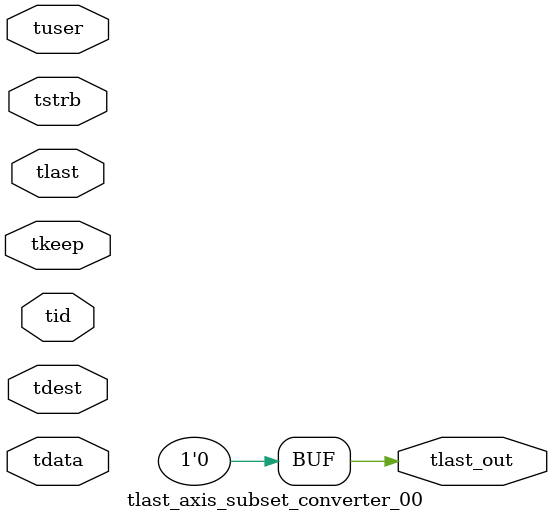
<source format=v>


`timescale 1ps/1ps

module tlast_axis_subset_converter_00 #
(
parameter C_S_AXIS_TID_WIDTH   = 1,
parameter C_S_AXIS_TUSER_WIDTH = 0,
parameter C_S_AXIS_TDATA_WIDTH = 0,
parameter C_S_AXIS_TDEST_WIDTH = 0
)
(
input  [(C_S_AXIS_TID_WIDTH   == 0 ? 1 : C_S_AXIS_TID_WIDTH)-1:0       ] tid,
input  [(C_S_AXIS_TDATA_WIDTH == 0 ? 1 : C_S_AXIS_TDATA_WIDTH)-1:0     ] tdata,
input  [(C_S_AXIS_TUSER_WIDTH == 0 ? 1 : C_S_AXIS_TUSER_WIDTH)-1:0     ] tuser,
input  [(C_S_AXIS_TDEST_WIDTH == 0 ? 1 : C_S_AXIS_TDEST_WIDTH)-1:0     ] tdest,
input  [(C_S_AXIS_TDATA_WIDTH/8)-1:0 ] tkeep,
input  [(C_S_AXIS_TDATA_WIDTH/8)-1:0 ] tstrb,
input  [0:0]                                                             tlast,
output                                                                   tlast_out
);

assign tlast_out = {1'b0};

endmodule


</source>
